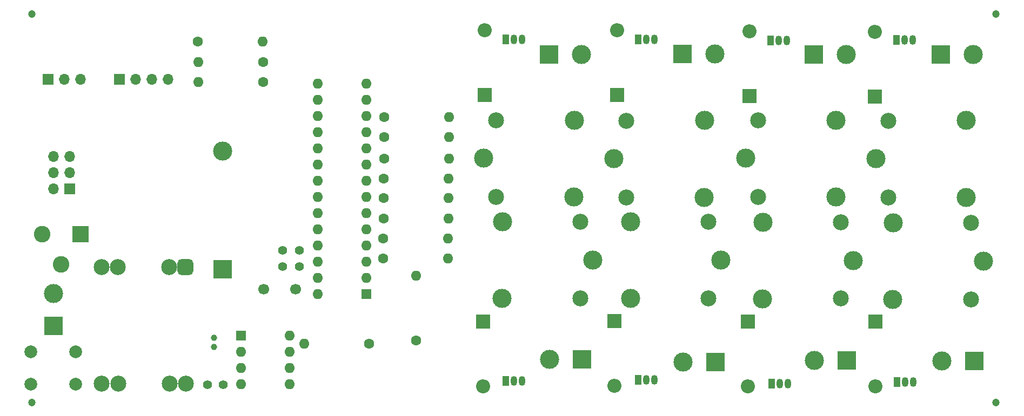
<source format=gbr>
%TF.GenerationSoftware,KiCad,Pcbnew,7.0.7*%
%TF.CreationDate,2024-02-15T10:33:02+01:00*%
%TF.ProjectId,Projektarbete_P3,50726f6a-656b-4746-9172-626574655f50,rev?*%
%TF.SameCoordinates,Original*%
%TF.FileFunction,Soldermask,Top*%
%TF.FilePolarity,Negative*%
%FSLAX46Y46*%
G04 Gerber Fmt 4.6, Leading zero omitted, Abs format (unit mm)*
G04 Created by KiCad (PCBNEW 7.0.7) date 2024-02-15 10:33:02*
%MOMM*%
%LPD*%
G01*
G04 APERTURE LIST*
G04 Aperture macros list*
%AMRoundRect*
0 Rectangle with rounded corners*
0 $1 Rounding radius*
0 $2 $3 $4 $5 $6 $7 $8 $9 X,Y pos of 4 corners*
0 Add a 4 corners polygon primitive as box body*
4,1,4,$2,$3,$4,$5,$6,$7,$8,$9,$2,$3,0*
0 Add four circle primitives for the rounded corners*
1,1,$1+$1,$2,$3*
1,1,$1+$1,$4,$5*
1,1,$1+$1,$6,$7*
1,1,$1+$1,$8,$9*
0 Add four rect primitives between the rounded corners*
20,1,$1+$1,$2,$3,$4,$5,0*
20,1,$1+$1,$4,$5,$6,$7,0*
20,1,$1+$1,$6,$7,$8,$9,0*
20,1,$1+$1,$8,$9,$2,$3,0*%
G04 Aperture macros list end*
%ADD10R,3.000000X3.000000*%
%ADD11C,3.000000*%
%ADD12R,1.050000X1.500000*%
%ADD13O,1.050000X1.500000*%
%ADD14C,1.600000*%
%ADD15O,1.600000X1.600000*%
%ADD16C,2.000000*%
%ADD17C,2.500000*%
%ADD18R,1.700000X1.700000*%
%ADD19O,1.700000X1.700000*%
%ADD20C,1.700000*%
%ADD21RoundRect,0.625000X-0.625000X0.625000X-0.625000X-0.625000X0.625000X-0.625000X0.625000X0.625000X0*%
%ADD22R,2.200000X2.200000*%
%ADD23O,2.200000X2.200000*%
%ADD24R,2.600000X2.600000*%
%ADD25C,2.600000*%
%ADD26C,1.000000*%
%ADD27C,1.400000*%
%ADD28C,1.200000*%
%ADD29R,1.600000X1.600000*%
G04 APERTURE END LIST*
D10*
%TO.C,J2*%
X202666800Y-106248400D03*
D11*
X197586800Y-106248400D03*
%TD*%
D12*
%TO.C,Q4*%
X170764400Y-55956400D03*
D13*
X172034400Y-55956400D03*
X173304400Y-55956400D03*
%TD*%
D12*
%TO.C,Q2*%
X190595600Y-109543200D03*
D13*
X191865600Y-109543200D03*
X193135600Y-109543200D03*
%TD*%
D14*
%TO.C,R9*%
X115240000Y-102997200D03*
D15*
X115240000Y-92837200D03*
%TD*%
D14*
%TO.C,R10*%
X91236800Y-59334400D03*
D15*
X81076800Y-59334400D03*
%TD*%
D16*
%TO.C,SW1*%
X61873200Y-109844400D03*
X54862800Y-109844400D03*
X54862800Y-104815200D03*
X61924000Y-104815200D03*
%TD*%
D10*
%TO.C,J1*%
X197416000Y-58140200D03*
D11*
X202496000Y-58140200D03*
%TD*%
D14*
%TO.C,R12*%
X81026000Y-56134000D03*
D15*
X91186000Y-56134000D03*
%TD*%
D11*
%TO.C,K5*%
X163008400Y-90449600D03*
D17*
X161058400Y-84399600D03*
D11*
X148858400Y-84399600D03*
X148808400Y-96449600D03*
D17*
X161058400Y-96399600D03*
%TD*%
D11*
%TO.C,K6*%
X146250000Y-74500000D03*
D17*
X148200000Y-80550000D03*
D11*
X160400000Y-80550000D03*
X160450000Y-68500000D03*
D17*
X148200000Y-68550000D03*
%TD*%
D14*
%TO.C,R11*%
X91236800Y-62433200D03*
D15*
X81076800Y-62433200D03*
%TD*%
D11*
%TO.C,K8*%
X125850000Y-74450000D03*
D17*
X127800000Y-80500000D03*
D11*
X140000000Y-80500000D03*
X140050000Y-68450000D03*
D17*
X127800000Y-68500000D03*
%TD*%
D18*
%TO.C,J12*%
X57556400Y-62026800D03*
D19*
X60096400Y-62026800D03*
X62636400Y-62026800D03*
%TD*%
D12*
%TO.C,Q6*%
X150057200Y-55796800D03*
D13*
X151327200Y-55796800D03*
X152597200Y-55796800D03*
%TD*%
D12*
%TO.C,Q5*%
X150057200Y-109187600D03*
D13*
X151327200Y-109187600D03*
X152597200Y-109187600D03*
%TD*%
D20*
%TO.C,Y1*%
X96378400Y-94996000D03*
X91378400Y-94996000D03*
%TD*%
D12*
%TO.C,Q3*%
X170916800Y-109804400D03*
D13*
X172186800Y-109804400D03*
X173456800Y-109804400D03*
%TD*%
D21*
%TO.C,Volt_regulator1*%
X79121000Y-91490800D03*
D17*
X76581000Y-91490800D03*
X68529200Y-91490800D03*
X65918000Y-91490800D03*
X79146400Y-109829600D03*
X76606400Y-109829600D03*
X68554600Y-109829600D03*
X65943400Y-109829600D03*
%TD*%
D10*
%TO.C,J3*%
X182702400Y-106197600D03*
D11*
X177622400Y-106197600D03*
%TD*%
D14*
%TO.C,R6*%
X110261600Y-71145600D03*
D15*
X120421600Y-71145600D03*
%TD*%
D22*
%TO.C,D3*%
X167208400Y-100050800D03*
D23*
X167208400Y-110210800D03*
%TD*%
D24*
%TO.C,BJ1*%
X62636400Y-86360000D03*
D25*
X56636400Y-86360000D03*
X59636400Y-91060000D03*
%TD*%
D14*
%TO.C,R5*%
X110109200Y-87046000D03*
D15*
X120269200Y-87046000D03*
%TD*%
D10*
%TO.C,J4*%
X177520800Y-58191600D03*
D11*
X182600800Y-58191600D03*
%TD*%
D26*
%TO.C,Y2*%
X83566000Y-104077200D03*
X83566000Y-102577200D03*
%TD*%
D10*
%TO.C,J7*%
X141198800Y-105987800D03*
D11*
X136118800Y-105987800D03*
%TD*%
D27*
%TO.C,C1*%
X82550000Y-109931200D03*
X85050000Y-109931200D03*
%TD*%
D11*
%TO.C,K3*%
X183734800Y-90500400D03*
D17*
X181784800Y-84450400D03*
D11*
X169584800Y-84450400D03*
X169534800Y-96500400D03*
D17*
X181784800Y-96450400D03*
%TD*%
D12*
%TO.C,Q8*%
X129330800Y-55796800D03*
D13*
X130600800Y-55796800D03*
X131870800Y-55796800D03*
%TD*%
D14*
%TO.C,R13*%
X107899200Y-103530400D03*
D15*
X97739200Y-103530400D03*
%TD*%
D18*
%TO.C,J11*%
X60960000Y-79197200D03*
D19*
X58420000Y-79197200D03*
X60960000Y-76657200D03*
X58420000Y-76657200D03*
X60960000Y-74117200D03*
X58420000Y-74117200D03*
%TD*%
D22*
%TO.C,D4*%
X167462400Y-64687400D03*
D23*
X167462400Y-54527400D03*
%TD*%
D28*
%TO.C,REF\u002A\u002A*%
X55067200Y-51765200D03*
%TD*%
D22*
%TO.C,D2*%
X187172800Y-100050800D03*
D23*
X187172800Y-110210800D03*
%TD*%
D22*
%TO.C,D1*%
X187122000Y-64795600D03*
D23*
X187122000Y-54635600D03*
%TD*%
D10*
%TO.C,J8*%
X136068000Y-58134200D03*
D11*
X141148000Y-58134200D03*
%TD*%
D27*
%TO.C,C3*%
X96977200Y-91420000D03*
X96977200Y-88920000D03*
%TD*%
D10*
%TO.C,J9*%
X58420000Y-100736400D03*
D11*
X58420000Y-95656400D03*
%TD*%
%TO.C,K1*%
X187250000Y-74500000D03*
D17*
X189200000Y-80550000D03*
D11*
X201400000Y-80550000D03*
X201450000Y-68500000D03*
D17*
X189200000Y-68550000D03*
%TD*%
D12*
%TO.C,Q7*%
X129330800Y-109340000D03*
D13*
X130600800Y-109340000D03*
X131870800Y-109340000D03*
%TD*%
D10*
%TO.C,J6*%
X156997600Y-58039200D03*
D11*
X162077600Y-58039200D03*
%TD*%
D18*
%TO.C,J10*%
X68783200Y-62077600D03*
D19*
X71323200Y-62077600D03*
X73863200Y-62077600D03*
X76403200Y-62077600D03*
%TD*%
D14*
%TO.C,R2*%
X110160000Y-80696000D03*
D15*
X120320000Y-80696000D03*
%TD*%
D14*
%TO.C,R8*%
X110261600Y-67996000D03*
D15*
X120421600Y-67996000D03*
%TD*%
D22*
%TO.C,D8*%
X126009600Y-64541600D03*
D23*
X126009600Y-54381600D03*
%TD*%
D14*
%TO.C,R4*%
X110210800Y-74498400D03*
D15*
X120370800Y-74498400D03*
%TD*%
D10*
%TO.C,BT1*%
X84886800Y-91846400D03*
D11*
X84886800Y-73304400D03*
%TD*%
D12*
%TO.C,Q1*%
X190525600Y-55905600D03*
D13*
X191795600Y-55905600D03*
X193065600Y-55905600D03*
%TD*%
D22*
%TO.C,D6*%
X146736000Y-64535000D03*
D23*
X146736000Y-54375000D03*
%TD*%
D22*
%TO.C,D7*%
X125755600Y-100050800D03*
D23*
X125755600Y-110210800D03*
%TD*%
D28*
%TO.C,REF\u002A\u002A*%
X55067200Y-112725200D03*
%TD*%
D14*
%TO.C,R1*%
X110160000Y-77597200D03*
D15*
X120320000Y-77597200D03*
%TD*%
D22*
%TO.C,D5*%
X146278800Y-100000000D03*
D23*
X146278800Y-110160000D03*
%TD*%
D28*
%TO.C,REF\u002A\u002A*%
X206044800Y-112725200D03*
%TD*%
D11*
%TO.C,K7*%
X142891600Y-90449600D03*
D17*
X140941600Y-84399600D03*
D11*
X128741600Y-84399600D03*
X128691600Y-96449600D03*
D17*
X140941600Y-96399600D03*
%TD*%
D11*
%TO.C,K4*%
X166850000Y-74450000D03*
D17*
X168800000Y-80500000D03*
D11*
X181000000Y-80500000D03*
X181050000Y-68450000D03*
D17*
X168800000Y-68500000D03*
%TD*%
D29*
%TO.C,U1*%
X107467600Y-95732800D03*
D15*
X107467600Y-93192800D03*
X107467600Y-90652800D03*
X107467600Y-88112800D03*
X107467600Y-85572800D03*
X107467600Y-83032800D03*
X107467600Y-80492800D03*
X107467600Y-77952800D03*
X107467600Y-75412800D03*
X107467600Y-72872800D03*
X107467600Y-70332800D03*
X107467600Y-67792800D03*
X107467600Y-65252800D03*
X107467600Y-62712800D03*
X99847600Y-62712800D03*
X99847600Y-65252800D03*
X99847600Y-67792800D03*
X99847600Y-70332800D03*
X99847600Y-72872800D03*
X99847600Y-75412800D03*
X99847600Y-77952800D03*
X99847600Y-80492800D03*
X99847600Y-83032800D03*
X99847600Y-85572800D03*
X99847600Y-88112800D03*
X99847600Y-90652800D03*
X99847600Y-93192800D03*
X99847600Y-95732800D03*
%TD*%
D11*
%TO.C,K2*%
X204105600Y-90602000D03*
D17*
X202155600Y-84552000D03*
D11*
X189955600Y-84552000D03*
X189905600Y-96602000D03*
D17*
X202155600Y-96552000D03*
%TD*%
D27*
%TO.C,C2*%
X94284800Y-91420000D03*
X94284800Y-88920000D03*
%TD*%
D29*
%TO.C,U2*%
X87833200Y-102260400D03*
D15*
X87833200Y-104800400D03*
X87833200Y-107340400D03*
X87833200Y-109880400D03*
X95453200Y-109880400D03*
X95453200Y-107340400D03*
X95453200Y-104800400D03*
X95453200Y-102260400D03*
%TD*%
D28*
%TO.C,REF\u002A\u002A*%
X206044800Y-51765200D03*
%TD*%
D10*
%TO.C,J5*%
X162128400Y-106451600D03*
D11*
X157048400Y-106451600D03*
%TD*%
D14*
%TO.C,R3*%
X110160000Y-83896400D03*
D15*
X120320000Y-83896400D03*
%TD*%
D14*
%TO.C,R7*%
X110058400Y-90144800D03*
D15*
X120218400Y-90144800D03*
%TD*%
M02*

</source>
